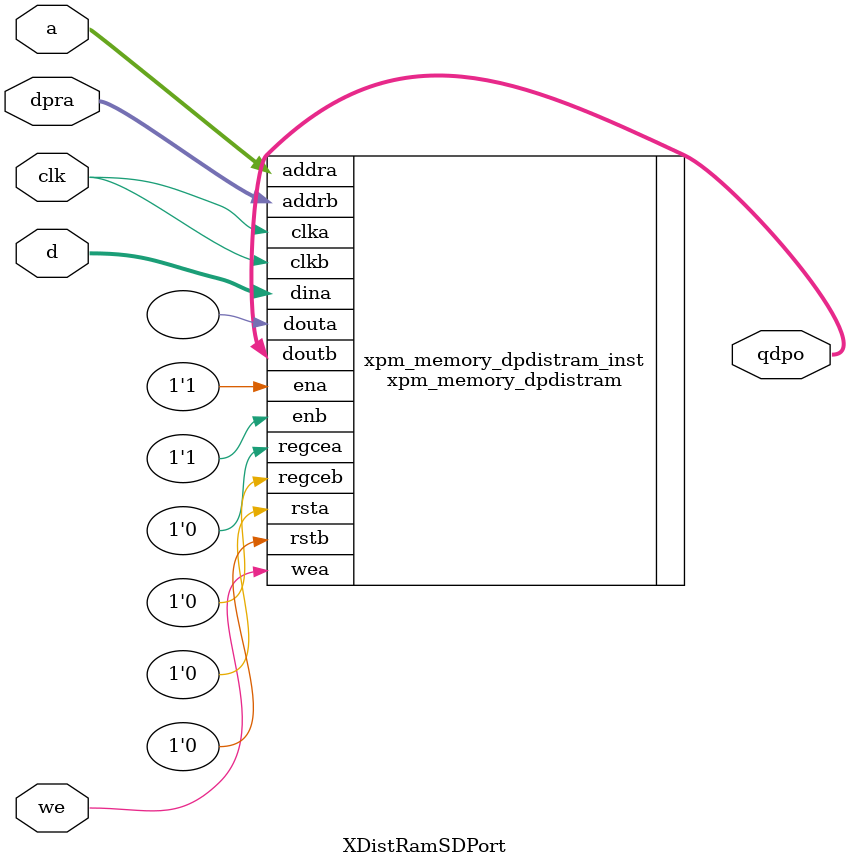
<source format=v>
/****************************************************************
*Company:  CETC54
*Engineer: liyuan

*Create Date   : Wednesday, the 03 of April, 2019  17:04:20
*Design Name   :
*Module Name   : XDistRamSDPort.v
*Project Name  :
*Target Devices: K7
*Tool versions : Vivado 2016
*Description   :  
*Revision:     : 1.0.0
*Revision 0.01 - File Created
*Additional Comments: 
*Modification Record :
*****************************************************************/


// synopsys translate_off
`timescale 1ns/1ns
// synopsys translate_on
module XDistRamSDPort #(
  parameter
  BRAM_DEPTH = 64,
  DATA_WIDTH = 32,
  ADDR_WIDTH = log2(BRAM_DEPTH)
)(
    input wire [ADDR_WIDTH -1  : 0]  a,
    input wire [DATA_WIDTH - 1 : 0]  d,
    input wire [ADDR_WIDTH - 1 : 0]  dpra,
    input wire clk,
    input wire we,
    output wire [DATA_WIDTH - 1 : 0] qdpo
);

///////////////////////////////Signal Define/////////////////////////////////

   localparam MEMORY_SIZE = BRAM_DEPTH*DATA_WIDTH;

/////////////////////////////////////////////////////////////////////////
  function integer log2;  
     input integer value;
           begin
               for (log2=0; value>0; log2=log2+1)
                   value = value>>1;
               log2 = log2 - 1;
           end
 endfunction


/////////////////////////////////////////////////////////////////////////////
   xpm_memory_dpdistram #(
      .ADDR_WIDTH_A(ADDR_WIDTH),               // DECIMAL
      .ADDR_WIDTH_B(ADDR_WIDTH),               // DECIMAL
      .BYTE_WRITE_WIDTH_A(DATA_WIDTH),        // DECIMAL
      .CLOCKING_MODE("common_clock"), // String
      .MEMORY_INIT_FILE("none"),      // String
      .MEMORY_INIT_PARAM("0"),        // String
      .MEMORY_OPTIMIZATION("true"),   // String
      .MEMORY_SIZE(MEMORY_SIZE),             // DECIMAL
      .MESSAGE_CONTROL(0),            // DECIMAL
      .READ_DATA_WIDTH_A(DATA_WIDTH),         // DECIMAL
      .READ_DATA_WIDTH_B(DATA_WIDTH),         // DECIMAL
      .READ_LATENCY_A(1),             // DECIMAL
      .READ_LATENCY_B(1),             // DECIMAL
      .READ_RESET_VALUE_A("0"),       // String
      .READ_RESET_VALUE_B("0"),       // String
      .USE_EMBEDDED_CONSTRAINT(0),    // DECIMAL
      .USE_MEM_INIT(1),               // DECIMAL
      .WRITE_DATA_WIDTH_A(DATA_WIDTH)         // DECIMAL
   )
   xpm_memory_dpdistram_inst (
      .douta(),   // READ_DATA_WIDTH_A-bit output: Data output for port A read operations.
      .doutb(qdpo),   // READ_DATA_WIDTH_B-bit output: Data output for port B read operations.
      .addra(a),   // ADDR_WIDTH_A-bit input: Address for port A write and read operations.
      .addrb(dpra),   // ADDR_WIDTH_B-bit input: Address for port B write and read operations.
      .clka(clk),     // 1-bit input: Clock signal for port A. Also clocks port B when parameter CLOCKING_MODE
                       // is "common_clock".

      .clkb(clk),     // 1-bit input: Clock signal for port B when parameter CLOCKING_MODE is
                       // "independent_clock". Unused when parameter CLOCKING_MODE is "common_clock".

      .dina(d),     // WRITE_DATA_WIDTH_A-bit input: Data input for port A write operations.
      .ena(1'b1),       // 1-bit input: Memory enable signal for port A. Must be high on clock cycles when read
                       // or write operations are initiated. Pipelined internally.

      .enb(1'b1),       // 1-bit input: Memory enable signal for port B. Must be high on clock cycles when read
                       // or write operations are initiated. Pipelined internally.

      .regcea(1'b0), // 1-bit input: Clock Enable for the last register stage on the output data path.
      .regceb(1'b0), // 1-bit input: Do not change from the provided value.
      .rsta(1'b0),     // 1-bit input: Reset signal for the final port A output register stage. Synchronously
                       // resets output port douta to the value specified by parameter READ_RESET_VALUE_A.

      .rstb(1'b0),     // 1-bit input: Reset signal for the final port B output register stage. Synchronously
                       // resets output port doutb to the value specified by parameter READ_RESET_VALUE_B.

      .wea(we)        // WRITE_DATA_WIDTH_A-bit input: Write enable vector for port A input data port dina. 1
                       // bit wide when word-wide writes are used. In byte-wide write configurations, each bit
                       // controls the writing one byte of dina to address addra. For example, to synchronously
                       // write only bits [15-8] of dina when WRITE_DATA_WIDTH_A is 32, wea would be 4'b0010.

   );




/////////////////////////////////////////////////////////////////////////////
endmodule

</source>
